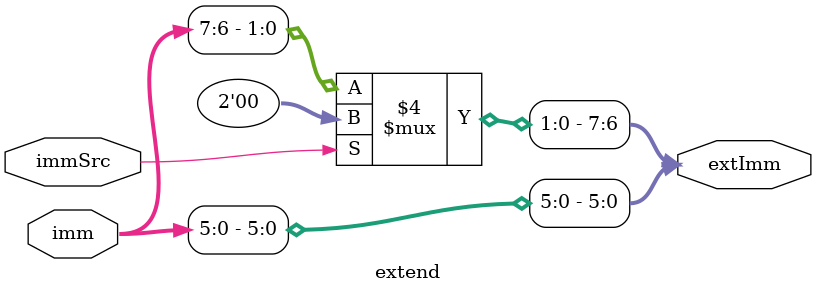
<source format=sv>
`timescale 1ns / 1ps

module extend(
    input logic [7:0] imm,
    input logic immSrc, // 0: 8 bit. extend etmeye gerek yok. 1: 6 bit. extend etmek gerekiyor
    output logic [7:0] extImm
    );

    always @* begin
        if(immSrc == 1)begin
            extImm[7:6] <= 0;
            extImm[5:0] <= imm[5:0];
        end
        else
            extImm <= imm;
    end
    
endmodule

</source>
